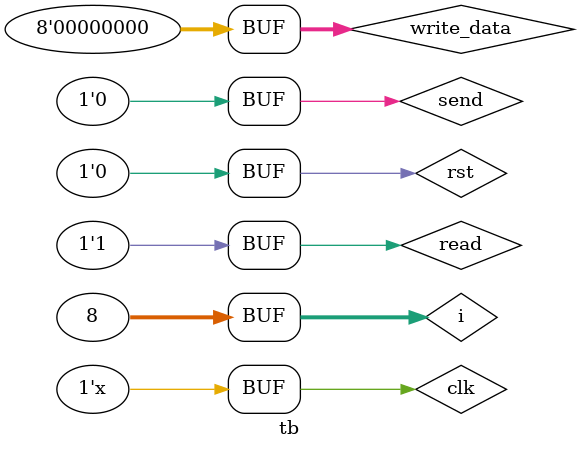
<source format=v>
`timescale 1ns / 1ps


module tb;
wire write, busy;
reg clk,rst,send,read;
wire [7:0] read_data;
reg [7:0] write_data;
wire [7:0] led;
//main m(clk,rst,read_data,write_data,send,write,read,busy,led);
Read r(clk,rst,read_data,read);
integer i;
initial begin
    clk=0;    
    rst=1;
    send=0;
    read=1;
    for (i=0;i!=8;i=i+1) begin
        write_data[i]=0;
    end
    #1000 rst=0;
    read=0;
    #104167 read=1;
    #104167 read=0;
    #104167 read=1;
    #104167 read=0;
    #104167 read=1;
    #104167 read=1;
    #104167 read=1;
    #104167 read=0;
    #104167 read=1;
    #200000 read=0;
    #104167 read=1;
    #104167 read=0;
    #104167 read=1;
    #104167 read=0;
    #104167 read=1;
    #104167 read=1;
    #104167 read=1;
    #104167 read=0;
    #104167 read=1;
end
always #5 clk=~clk;
endmodule

</source>
